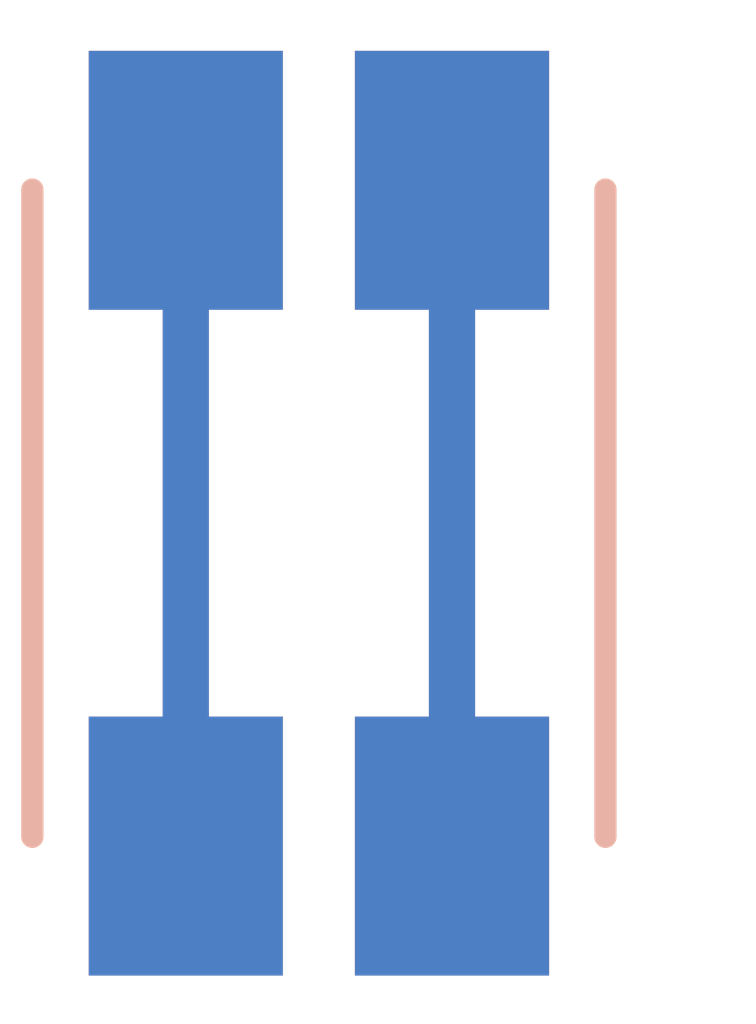
<source format=kicad_pcb>
(kicad_pcb (version 20221018) (generator pcbnew)
  (layers (0 "F.Cu" signal) (31 "B.Cu" signal) (34 "B.Paste" user) (35 "F.Paste" user) (36 "B.SilkS" user "B.Silkscreen") (37 "F.SilkS" user "F.Silkscreen") (38 "B.Mask" user) (39 "F.Mask" user) (44 "Edge.Cuts" user))
  (net 0 "")
  (footprint "sw_reset_side" (layer "F.Cu") (at 0 0)
    (fp_text reference "SW2" hide)
    (fp_text value "" (at 0 0) (layer "F.SilkS") (effects (font (size 1.27 1.27))))
    (fp_line (start -1.55 -1.75) (end -1.55 1.75) (stroke (width 0.12)) (layer "B.SilkS"))
    (fp_line (start 1.55 1.75) (end 1.55 -1.75) (stroke (width 0.12)) (layer "B.SilkS"))
    (fp_line (start -1.55 1.75) (end -1.55 -1.75) (stroke (width 0.12)) (layer "F.SilkS"))
    (fp_line (start 1.55 -1.75) (end 1.55 1.75) (stroke (width 0.12)) (layer "F.SilkS"))
    (pad "1" smd rect (at -0.72 -1.8 90) (size 1.4 1.05) (layers "F.Cu" "F.Paste" "F.Mask"))
    (pad "1" smd rect (at -0.72 -1.8 270) (size 1.4 1.05) (layers "B.Cu" "B.Paste" "B.Mask"))
    (pad "1" smd rect (at -0.72 1.8 90) (size 1.4 1.05) (layers "F.Cu" "F.Paste" "F.Mask"))
    (pad "1" smd rect (at -0.72 1.8 270) (size 1.4 1.05) (layers "B.Cu" "B.Paste" "B.Mask"))
    (pad "2" smd rect (at 0.72 -1.8 90) (size 1.4 1.05) (layers "F.Cu" "F.Paste" "F.Mask"))
    (pad "2" smd rect (at 0.72 -1.8 270) (size 1.4 1.05) (layers "B.Cu" "B.Paste" "B.Mask"))
    (pad "2" smd rect (at 0.72 1.8 90) (size 1.4 1.05) (layers "F.Cu" "F.Paste" "F.Mask"))
    (pad "2" smd rect (at 0.72 1.8 270) (size 1.4 1.05) (layers "B.Cu" "B.Paste" "B.Mask"))
  )
  (segment (start 0.72 -1.8) (end 0.72 1.8) (width 0.25) (layer "F.Cu") (net 0))
  (segment (start -0.72 -1.8) (end -0.72 1.8) (width 0.25) (layer "F.Cu") (net 0))
  (segment (start -0.72 -1.8) (end -0.72 1.8) (width 0.25) (layer "B.Cu") (net 0))
  (segment (start 0.72 -1.8) (end 0.72 1.8) (width 0.25) (layer "B.Cu") (net 0))
)
</source>
